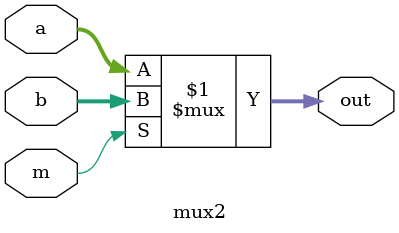
<source format=v>
`timescale 1ns / 1ps


module mux2
    #(parameter N = 32) 	    //Êý¾Ý¿í¶È
    (output [N-1:0] out,        //Êä³ö
    input m,                    //Ñ¡ÔñÐÅºÅ                     
    input [N-1:0] a, b          //ÊäÈë
    );
    
    assign out = m? b : a;
endmodule


</source>
